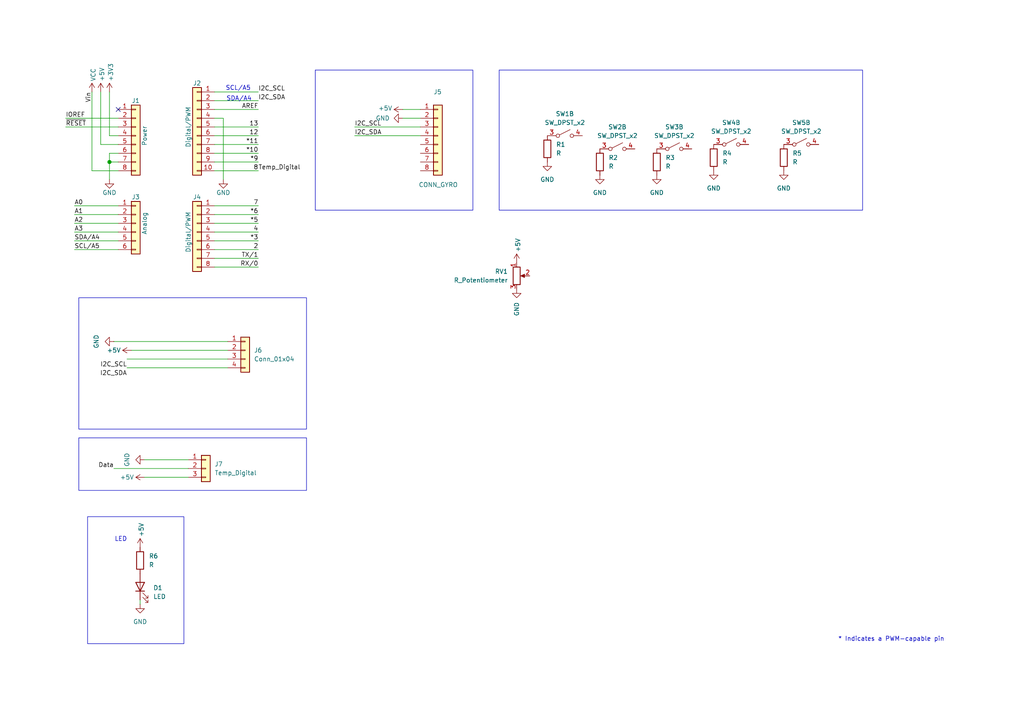
<source format=kicad_sch>
(kicad_sch (version 20231120) (generator "eeschema") (generator_version "8.0")
  (paper "A4")
  (title_block (title "Uno Shield thermal pro") (date "2025-01-27") (rev "1.0") (company "Ali G"))
  (lib_symbols
    (symbol "+5V_2" (power) (pin_numbers hide) (pin_names (offset 0) hide)
      (property "Value" "+5V" (at 0 3.556 0))
      (symbol "+5V_2_0_1"
        (polyline (pts (xy -0.762 1.27) (xy 0 2.54)))
        (polyline (pts (xy 0 0) (xy 0 2.54)))
        (polyline (pts (xy 0 2.54) (xy 0.762 1.27)))
      )
      (symbol "+5V_2_1_1"
        (pin power_in line (at 0 0 90) (length 0) (name "~") (number "1"))
      )
    )
    (symbol "Connector_Generic:Conn_01x03" (pin_names (offset 1.016) hide)
      (property "Reference" "J" (at 0 5.08 0))
      (property "Value" "Conn_01x03" (at 0 -5.08 0))
      (symbol "Conn_01x03_1_1"
        (rectangle (start -1.27 -2.413) (end 0 -2.667) (stroke (width 0.1524)))
        (rectangle (start -1.27 0.127) (end 0 -0.127) (stroke (width 0.1524)))
        (rectangle (start -1.27 2.667) (end 0 2.413) (stroke (width 0.1524)))
        (rectangle (start -1.27 3.81) (end 1.27 -3.81) (stroke (width 0.254)) (fill (type background)))
        (pin passive line (at -5.08 2.54 0) (length 3.81) (name "Pin_1") (number "1"))
        (pin passive line (at -5.08 0 0) (length 3.81) (name "Pin_2") (number "2"))
        (pin passive line (at -5.08 -2.54 0) (length 3.81) (name "Pin_3") (number "3"))
      )
    )
    (symbol "Connector_Generic:Conn_01x04" (pin_names (offset 1.016) hide)
      (property "Reference" "J" (at 0 5.08 0))
      (property "Value" "Conn_01x04" (at 0 -7.62 0))
      (symbol "Conn_01x04_1_1"
        (rectangle (start -1.27 -4.953) (end 0 -5.207) (stroke (width 0.1524)))
        (rectangle (start -1.27 -2.413) (end 0 -2.667) (stroke (width 0.1524)))
        (rectangle (start -1.27 0.127) (end 0 -0.127) (stroke (width 0.1524)))
        (rectangle (start -1.27 2.667) (end 0 2.413) (stroke (width 0.1524)))
        (rectangle (start -1.27 3.81) (end 1.27 -6.35) (stroke (width 0.254)) (fill (type background)))
        (pin passive line (at -5.08 2.54 0) (length 3.81) (name "Pin_1") (number "1"))
        (pin passive line (at -5.08 0 0) (length 3.81) (name "Pin_2") (number "2"))
        (pin passive line (at -5.08 -2.54 0) (length 3.81) (name "Pin_3") (number "3"))
        (pin passive line (at -5.08 -5.08 0) (length 3.81) (name "Pin_4") (number "4"))
      )
    )
    (symbol "Connector_Generic:Conn_01x06" (pin_names (offset 1.016) hide)
      (property "Reference" "J" (at 0 7.62 0))
      (property "Value" "Conn_01x06" (at 0 -10.16 0))
      (symbol "Conn_01x06_1_1"
        (rectangle (start -1.27 -7.493) (end 0 -7.747) (stroke (width 0.1524)))
        (rectangle (start -1.27 -4.953) (end 0 -5.207) (stroke (width 0.1524)))
        (rectangle (start -1.27 -2.413) (end 0 -2.667) (stroke (width 0.1524)))
        (rectangle (start -1.27 0.127) (end 0 -0.127) (stroke (width 0.1524)))
        (rectangle (start -1.27 2.667) (end 0 2.413) (stroke (width 0.1524)))
        (rectangle (start -1.27 5.207) (end 0 4.953) (stroke (width 0.1524)))
        (rectangle (start -1.27 6.35) (end 1.27 -8.89) (stroke (width 0.254)) (fill (type background)))
        (pin passive line (at -5.08 5.08 0) (length 3.81) (name "Pin_1") (number "1"))
        (pin passive line (at -5.08 2.54 0) (length 3.81) (name "Pin_2") (number "2"))
        (pin passive line (at -5.08 0 0) (length 3.81) (name "Pin_3") (number "3"))
        (pin passive line (at -5.08 -2.54 0) (length 3.81) (name "Pin_4") (number "4"))
        (pin passive line (at -5.08 -5.08 0) (length 3.81) (name "Pin_5") (number "5"))
        (pin passive line (at -5.08 -7.62 0) (length 3.81) (name "Pin_6") (number "6"))
      )
    )
    (symbol "Connector_Generic:Conn_01x08" (pin_names (offset 1.016) hide)
      (property "Reference" "J" (at 0 10.16 0))
      (property "Value" "Conn_01x08" (at 0 -12.7 0))
      (symbol "Conn_01x08_1_1"
        (rectangle (start -1.27 -10.033) (end 0 -10.287) (stroke (width 0.1524)))
        (rectangle (start -1.27 -7.493) (end 0 -7.747) (stroke (width 0.1524)))
        (rectangle (start -1.27 -4.953) (end 0 -5.207) (stroke (width 0.1524)))
        (rectangle (start -1.27 -2.413) (end 0 -2.667) (stroke (width 0.1524)))
        (rectangle (start -1.27 0.127) (end 0 -0.127) (stroke (width 0.1524)))
        (rectangle (start -1.27 2.667) (end 0 2.413) (stroke (width 0.1524)))
        (rectangle (start -1.27 5.207) (end 0 4.953) (stroke (width 0.1524)))
        (rectangle (start -1.27 7.747) (end 0 7.493) (stroke (width 0.1524)))
        (rectangle (start -1.27 8.89) (end 1.27 -11.43) (stroke (width 0.254)) (fill (type background)))
        (pin passive line (at -5.08 7.62 0) (length 3.81) (name "Pin_1") (number "1"))
        (pin passive line (at -5.08 5.08 0) (length 3.81) (name "Pin_2") (number "2"))
        (pin passive line (at -5.08 2.54 0) (length 3.81) (name "Pin_3") (number "3"))
        (pin passive line (at -5.08 0 0) (length 3.81) (name "Pin_4") (number "4"))
        (pin passive line (at -5.08 -2.54 0) (length 3.81) (name "Pin_5") (number "5"))
        (pin passive line (at -5.08 -5.08 0) (length 3.81) (name "Pin_6") (number "6"))
        (pin passive line (at -5.08 -7.62 0) (length 3.81) (name "Pin_7") (number "7"))
        (pin passive line (at -5.08 -10.16 0) (length 3.81) (name "Pin_8") (number "8"))
      )
    )
    (symbol "Connector_Generic:Conn_01x10" (pin_names (offset 1.016) hide)
      (property "Reference" "J" (at 0 12.7 0))
      (property "Value" "Conn_01x10" (at 0 -15.24 0))
      (symbol "Conn_01x10_1_1"
        (rectangle (start -1.27 -12.573) (end 0 -12.827) (stroke (width 0.1524)))
        (rectangle (start -1.27 -10.033) (end 0 -10.287) (stroke (width 0.1524)))
        (rectangle (start -1.27 -7.493) (end 0 -7.747) (stroke (width 0.1524)))
        (rectangle (start -1.27 -4.953) (end 0 -5.207) (stroke (width 0.1524)))
        (rectangle (start -1.27 -2.413) (end 0 -2.667) (stroke (width 0.1524)))
        (rectangle (start -1.27 0.127) (end 0 -0.127) (stroke (width 0.1524)))
        (rectangle (start -1.27 2.667) (end 0 2.413) (stroke (width 0.1524)))
        (rectangle (start -1.27 5.207) (end 0 4.953) (stroke (width 0.1524)))
        (rectangle (start -1.27 7.747) (end 0 7.493) (stroke (width 0.1524)))
        (rectangle (start -1.27 10.287) (end 0 10.033) (stroke (width 0.1524)))
        (rectangle (start -1.27 11.43) (end 1.27 -13.97) (stroke (width 0.254)) (fill (type background)))
        (pin passive line (at -5.08 10.16 0) (length 3.81) (name "Pin_1") (number "1"))
        (pin passive line (at -5.08 -12.7 0) (length 3.81) (name "Pin_10") (number "10"))
        (pin passive line (at -5.08 7.62 0) (length 3.81) (name "Pin_2") (number "2"))
        (pin passive line (at -5.08 5.08 0) (length 3.81) (name "Pin_3") (number "3"))
        (pin passive line (at -5.08 2.54 0) (length 3.81) (name "Pin_4") (number "4"))
        (pin passive line (at -5.08 0 0) (length 3.81) (name "Pin_5") (number "5"))
        (pin passive line (at -5.08 -2.54 0) (length 3.81) (name "Pin_6") (number "6"))
        (pin passive line (at -5.08 -5.08 0) (length 3.81) (name "Pin_7") (number "7"))
        (pin passive line (at -5.08 -7.62 0) (length 3.81) (name "Pin_8") (number "8"))
        (pin passive line (at -5.08 -10.16 0) (length 3.81) (name "Pin_9") (number "9"))
      )
    )
    (symbol "Device:LED" (pin_numbers hide) (pin_names (offset 1.016) hide)
      (property "Reference" "D" (at 0 2.54 0))
      (property "Value" "LED" (at 0 -2.54 0))
      (symbol "LED_0_1"
        (polyline (pts (xy -1.27 -1.27) (xy -1.27 1.27)) (stroke (width 0.254)))
        (polyline (pts (xy -1.27 0) (xy 1.27 0)))
        (polyline (pts (xy 1.27 -1.27) (xy 1.27 1.27) (xy -1.27 0) (xy 1.27 -1.27)) (stroke (width 0.254)))
        (polyline (pts (xy -3.048 -0.762) (xy -4.572 -2.286) (xy -3.81 -2.286) (xy -4.572 -2.286) (xy -4.572 -1.524)))
        (polyline (pts (xy -1.778 -0.762) (xy -3.302 -2.286) (xy -2.54 -2.286) (xy -3.302 -2.286) (xy -3.302 -1.524)))
      )
      (symbol "LED_1_1"
        (pin passive line (at -3.81 0 0) (length 2.54) (name "K") (number "1"))
        (pin passive line (at 3.81 0 180) (length 2.54) (name "A") (number "2"))
      )
    )
    (symbol "Device:R" (pin_numbers hide) (pin_names (offset 0))
      (property "Reference" "R" (at 2.032 0 90))
      (property "Value" "R" (at 0 0 90))
      (symbol "R_0_1"
        (rectangle (start -1.016 -2.54) (end 1.016 2.54) (stroke (width 0.254)))
      )
      (symbol "R_1_1"
        (pin passive line (at 0 3.81 270) (length 1.27) (name "~") (number "1"))
        (pin passive line (at 0 -3.81 90) (length 1.27) (name "~") (number "2"))
      )
    )
    (symbol "Device:R_Potentiometer" (pin_names (offset 1.016) hide)
      (property "Reference" "RV" (at -4.445 0 90))
      (property "Value" "R_Potentiometer" (at -2.54 0 90))
      (symbol "R_Potentiometer_0_1"
        (polyline (pts (xy 2.54 0) (xy 1.524 0)))
        (polyline (pts (xy 1.143 0) (xy 2.286 0.508) (xy 2.286 -0.508) (xy 1.143 0)) (fill (type outline)))
        (rectangle (start 1.016 2.54) (end -1.016 -2.54) (stroke (width 0.254)))
      )
      (symbol "R_Potentiometer_1_1"
        (pin passive line (at 0 3.81 270) (length 1.27) (name "1") (number "1"))
        (pin passive line (at 3.81 0 180) (length 1.27) (name "2") (number "2"))
        (pin passive line (at 0 -3.81 90) (length 1.27) (name "3") (number "3"))
      )
    )
    (symbol "GND_1" (power) (pin_numbers hide) (pin_names (offset 0) hide)
      (property "Value" "GND" (at 0 -3.81 0))
      (symbol "GND_1_0_1"
        (polyline (pts (xy 0 0) (xy 0 -1.27) (xy 1.27 -1.27) (xy 0 -2.54) (xy -1.27 -1.27) (xy 0 -1.27)))
      )
      (symbol "GND_1_1_1"
        (pin power_in line (at 0 0 270) (length 0) (name "~") (number "1"))
      )
    )
    (symbol "GND_2" (power) (pin_numbers hide) (pin_names (offset 0) hide)
      (property "Value" "GND" (at 0 -3.81 0))
      (symbol "GND_2_0_1"
        (polyline (pts (xy 0 0) (xy 0 -1.27) (xy 1.27 -1.27) (xy 0 -2.54) (xy -1.27 -1.27) (xy 0 -1.27)))
      )
      (symbol "GND_2_1_1"
        (pin power_in line (at 0 0 270) (length 0) (name "~") (number "1"))
      )
    )
    (symbol "GND_3" (power) (pin_numbers hide) (pin_names (offset 0) hide)
      (property "Value" "GND" (at 0 -3.81 0))
      (symbol "GND_3_0_1"
        (polyline (pts (xy 0 0) (xy 0 -1.27) (xy 1.27 -1.27) (xy 0 -2.54) (xy -1.27 -1.27) (xy 0 -1.27)))
      )
      (symbol "GND_3_1_1"
        (pin power_in line (at 0 0 270) (length 0) (name "~") (number "1"))
      )
    )
    (symbol "Switch:SW_DPST_x2" (pin_names (offset 0) hide)
      (property "Reference" "SW" (at 0 3.175 0))
      (property "Value" "SW_DPST_x2" (at 0 -2.54 0))
      (symbol "SW_DPST_x2_0_0"
        (circle (center -2.032 0) (radius 0.508))
        (polyline (pts (xy -1.524 0.254) (xy 1.524 1.778)))
        (circle (center 2.032 0) (radius 0.508))
      )
      (symbol "SW_DPST_x2_1_1"
        (pin passive line (at -5.08 0 0) (length 2.54) (name "A") (number "1"))
        (pin passive line (at 5.08 0 180) (length 2.54) (name "B") (number "2"))
      )
      (symbol "SW_DPST_x2_2_1"
        (pin passive line (at -5.08 0 0) (length 2.54) (name "A") (number "3"))
        (pin passive line (at 5.08 0 180) (length 2.54) (name "B") (number "4"))
      )
    )
    (symbol "power:+3V3" (power) (pin_names (offset 0))
      (property "Value" "+3V3" (at 0 3.556 0))
      (symbol "+3V3_0_1"
        (polyline (pts (xy -0.762 1.27) (xy 0 2.54)))
        (polyline (pts (xy 0 0) (xy 0 2.54)))
        (polyline (pts (xy 0 2.54) (xy 0.762 1.27)))
      )
      (symbol "+3V3_1_1"
        (pin power_in line (at 0 0 90) (length 0) hide (name "+3V3") (number "1"))
      )
    )
    (symbol "power:+5V" (power) (pin_names (offset 0))
      (property "Value" "+5V" (at 0 3.556 0))
      (symbol "+5V_0_1"
        (polyline (pts (xy -0.762 1.27) (xy 0 2.54)))
        (polyline (pts (xy 0 0) (xy 0 2.54)))
        (polyline (pts (xy 0 2.54) (xy 0.762 1.27)))
      )
      (symbol "+5V_1_1"
        (pin power_in line (at 0 0 90) (length 0) hide (name "+5V") (number "1"))
      )
    )
    (symbol "power:GND" (power) (pin_names (offset 0))
      (property "Value" "GND" (at 0 -3.81 0))
      (symbol "GND_0_1"
        (polyline (pts (xy 0 0) (xy 0 -1.27) (xy 1.27 -1.27) (xy 0 -2.54) (xy -1.27 -1.27) (xy 0 -1.27)))
      )
      (symbol "GND_1_1"
        (pin power_in line (at 0 0 270) (length 0) hide (name "GND") (number "1"))
      )
    )
    (symbol "power:VCC" (power) (pin_names (offset 0))
      (property "Value" "VCC" (at 0 3.81 0))
      (symbol "VCC_0_1"
        (polyline (pts (xy -0.762 1.27) (xy 0 2.54)))
        (polyline (pts (xy 0 0) (xy 0 2.54)))
        (polyline (pts (xy 0 2.54) (xy 0.762 1.27)))
      )
      (symbol "VCC_1_1"
        (pin power_in line (at 0 0 90) (length 0) hide (name "VCC") (number "1"))
      )
    )
  )
  (junction (at 31.75 46.99) (diameter 1.016))
  (no_connect (at 34.29 31.75))
  (wire (pts (xy 62.23 77.47) (xy 74.93 77.47)))
  (wire (pts (xy 41.91 133.35) (xy 54.61 133.35)))
  (wire (pts (xy 62.23 44.45) (xy 74.93 44.45)))
  (wire (pts (xy 62.23 26.67) (xy 74.93 26.67)))
  (wire (pts (xy 41.91 138.43) (xy 54.61 138.43)))
  (wire (pts (xy 31.75 44.45) (xy 31.75 46.99)))
  (wire (pts (xy 21.59 72.39) (xy 34.29 72.39)))
  (wire (pts (xy 31.75 46.99) (xy 31.75 52.07)))
  (wire (pts (xy 31.75 39.37) (xy 34.29 39.37)))
  (wire (pts (xy 29.21 41.91) (xy 34.29 41.91)))
  (wire (pts (xy 29.21 26.67) (xy 29.21 41.91)))
  (wire (pts (xy 62.23 36.83) (xy 74.93 36.83)))
  (wire (pts (xy 31.75 26.67) (xy 31.75 39.37)))
  (wire (pts (xy 62.23 59.69) (xy 74.93 59.69)))
  (wire (pts (xy 34.29 59.69) (xy 21.59 59.69)))
  (wire (pts (xy 62.23 39.37) (xy 74.93 39.37)))
  (wire (pts (xy 62.23 62.23) (xy 74.93 62.23)))
  (wire (pts (xy 62.23 46.99) (xy 74.93 46.99)))
  (wire (pts (xy 62.23 67.31) (xy 74.93 67.31)))
  (wire (pts (xy 116.84 34.29) (xy 121.92 34.29)))
  (wire (pts (xy 19.05 34.29) (xy 34.29 34.29)))
  (wire (pts (xy 33.02 135.89) (xy 54.61 135.89)))
  (wire (pts (xy 64.77 34.29) (xy 64.77 52.07)))
  (wire (pts (xy 102.87 39.37) (xy 121.92 39.37)))
  (wire (pts (xy 33.02 99.06) (xy 66.04 99.06)))
  (wire (pts (xy 62.23 31.75) (xy 74.93 31.75)))
  (wire (pts (xy 34.29 64.77) (xy 21.59 64.77)))
  (wire (pts (xy 19.05 36.83) (xy 34.29 36.83)))
  (wire (pts (xy 34.29 46.99) (xy 31.75 46.99)))
  (wire (pts (xy 40.64 173.99) (xy 40.64 175.26)))
  (wire (pts (xy 34.29 49.53) (xy 26.67 49.53)))
  (wire (pts (xy 21.59 62.23) (xy 34.29 62.23)))
  (wire (pts (xy 102.87 36.83) (xy 121.92 36.83)))
  (wire (pts (xy 62.23 34.29) (xy 64.77 34.29)))
  (wire (pts (xy 34.29 44.45) (xy 31.75 44.45)))
  (wire (pts (xy 62.23 41.91) (xy 74.93 41.91)))
  (wire (pts (xy 62.23 64.77) (xy 74.93 64.77)))
  (wire (pts (xy 116.84 31.75) (xy 121.92 31.75)))
  (wire (pts (xy 21.59 67.31) (xy 34.29 67.31)))
  (wire (pts (xy 66.04 106.68) (xy 36.83 106.68)))
  (wire (pts (xy 62.23 29.21) (xy 74.93 29.21)))
  (wire (pts (xy 62.23 72.39) (xy 74.93 72.39)))
  (wire (pts (xy 62.23 69.85) (xy 74.93 69.85)))
  (wire (pts (xy 66.04 104.14) (xy 36.83 104.14)))
  (wire (pts (xy 38.1 101.6) (xy 66.04 101.6)))
  (wire (pts (xy 62.23 74.93) (xy 74.93 74.93)))
  (wire (pts (xy 26.67 49.53) (xy 26.67 26.67)))
  (wire (pts (xy 34.29 69.85) (xy 21.59 69.85)))
  (wire (pts (xy 62.23 49.53) (xy 74.93 49.53)))
  (rectangle (start 25.4 149.86) (end 53.34 186.69))
  (rectangle (start 22.86 127) (end 88.9 142.24))
  (rectangle (start 144.78 20.32) (end 250.19 60.96))
  (rectangle (start 91.44 20.32) (end 137.16 60.96))
  (text_box "" (at 22.86 86.36 0) (size 66.04 38.1) (effects (font (size 1.27 1.27)) (justify left top)))
  (text "SDA/A4" (at 69.342 28.702 0) (effects (font (size 1.27 1.27))))
  (text "LED\n" (at 35.052 156.464 0) (effects (font (size 1.27 1.27))))
  (text "SCL/A5" (at 69.088 25.654 0) (effects (font (size 1.27 1.27))))
  (text "* Indicates a PWM-capable pin" (at 243.078 186.182 0) (effects (font (size 1.27 1.27)) (justify left bottom)))
  (label "RX{slash}0" (at 74.93 77.47 180))
  (label "A2" (at 21.59 64.77 0))
  (label "4" (at 74.93 67.31 180))
  (label "2" (at 74.93 72.39 180))
  (label "A3" (at 21.59 67.31 0))
  (label "13" (at 74.93 36.83 180))
  (label "I2C_SCL" (at 102.87 36.83 0))
  (label "Temp_Digital" (at 74.93 49.53 0))
  (label "12" (at 74.93 39.37 180))
  (label "~{RESET}" (at 19.05 36.83 0))
  (label "I2C_SDA" (at 36.83 109.22 180))
  (label "*10" (at 74.93 44.45 180))
  (label "I2C_SDA" (at 74.93 29.21 0))
  (label "7" (at 74.93 59.69 180))
  (label "8" (at 74.93 49.53 180))
  (label "*11" (at 74.93 41.91 180))
  (label "*3" (at 74.93 69.85 180))
  (label "I2C_SDA" (at 102.87 39.37 0))
  (label "A1" (at 21.59 62.23 0))
  (label "TX{slash}1" (at 74.93 74.93 180))
  (label "I2C_SCL" (at 36.83 106.68 180))
  (label "A0" (at 21.59 59.69 0))
  (label "AREF" (at 74.93 31.75 180))
  (label "Vin" (at 26.67 26.67 270))
  (label "*6" (at 74.93 62.23 180))
  (label "*9" (at 74.93 46.99 180))
  (label "I2C_SCL" (at 74.93 26.67 0))
  (label "*5" (at 74.93 64.77 180))
  (label "IOREF" (at 19.05 34.29 0))
  (label "SDA{slash}A4" (at 21.59 69.85 0))
  (label "Data" (at 33.02 135.89 180))
  (label "SCL{slash}A5" (at 21.59 72.39 0))
  (symbol (lib_id "Connector_Generic:Conn_01x08") (at 39.37 39.37 0) (unit 1)
    (property "Reference" "J1" (at 39.37 29.21 0))
    (property "Value" "Power" (at 41.91 39.37 90))
    (property "Footprint" "Connector_PinSocket_2.54mm:PinSocket_1x08_P2.54mm_Vertical" (effects (hide yes)))
  )
  (symbol (lib_id "power:+3V3") (at 31.75 26.67 0) (unit 1)
    (property "Reference" "#PWR03" (effects (hide yes)))
    (property "Value" "+3V3" (at 32.131 23.622 90) (effects (justify left)))
  )
  (symbol (lib_id "power:+5V") (at 29.21 26.67 0) (unit 1)
    (property "Reference" "#PWR02" (effects (hide yes)))
    (property "Value" "+5V" (at 29.5656 23.622 90) (effects (justify left)))
  )
  (symbol (lib_id "power:GND") (at 31.75 52.07 0) (unit 1)
    (property "Reference" "#PWR04" (effects (hide yes)))
    (property "Value" "GND" (at 31.75 55.88 0))
  )
  (symbol (lib_id "Connector_Generic:Conn_01x10") (at 57.15 36.83 0) (mirror y) (unit 1)
    (property "Reference" "J2" (at 57.15 24.13 0))
    (property "Value" "Digital/PWM" (at 54.61 36.83 90))
    (property "Footprint" "Connector_PinSocket_2.54mm:PinSocket_1x10_P2.54mm_Vertical" (effects (hide yes)))
  )
  (symbol (lib_id "power:GND") (at 64.77 52.07 0) (unit 1)
    (property "Reference" "#PWR05" (effects (hide yes)))
    (property "Value" "GND" (at 64.77 55.88 0))
  )
  (symbol (lib_id "Connector_Generic:Conn_01x06") (at 39.37 64.77 0) (unit 1)
    (property "Reference" "J3" (at 39.37 57.15 0))
    (property "Value" "Analog" (at 41.91 64.77 90))
    (property "Footprint" "Connector_PinSocket_2.54mm:PinSocket_1x06_P2.54mm_Vertical" (effects (hide yes)))
  )
  (symbol (lib_id "Connector_Generic:Conn_01x08") (at 57.15 67.31 0) (mirror y) (unit 1)
    (property "Reference" "J4" (at 57.15 57.15 0))
    (property "Value" "Digital/PWM" (at 54.61 67.31 90))
    (property "Footprint" "Connector_PinSocket_2.54mm:PinSocket_1x08_P2.54mm_Vertical" (effects (hide yes)))
  )
  (symbol (lib_id "Connector_Generic:Conn_01x03") (at 59.69 135.89 0) (unit 1)
    (property "Reference" "J7" (at 62.23 134.6199 0) (effects (justify left)))
    (property "Value" "Temp_Digital" (at 62.23 137.1599 0) (effects (justify left)))
    (property "Footprint" "Connector_JST:JST_XH_B3B-XH-A_1x03_P2.50mm_Vertical" (effects (hide yes)))
    (property "Description" "Generic connector, single row, 01x03, script generated (kicad-library-utils/schlib/autogen/connector/)" (effects (hide yes)))
  )
  (symbol (lib_name "GND_1") (lib_id "power:GND") (at 173.99 50.8 0) (unit 1)
    (property "Reference" "#PWR09" (effects (hide yes)))
    (property "Value" "GND" (at 173.99 55.88 0))
    (property "Description" "Power symbol creates a global label with name \"GND\" , ground" (effects (hide yes)))
  )
  (symbol (lib_id "Switch:SW_DPST_x2") (at 195.58 43.18 0) (unit 2)
    (property "Reference" "SW3" (at 195.58 36.83 0))
    (property "Value" "SW_DPST_x2" (at 195.58 39.37 0))
    (property "Footprint" "Button_Switch_THT:SW_PUSH_6mm" (effects (hide yes)))
    (property "Description" "Single Pole Single Throw (SPST) switch, separate symbol" (effects (hide yes)))
  )
  (symbol (lib_id "Device:R") (at 158.75 43.18 180) (unit 1)
    (property "Reference" "R1" (at 161.29 41.9099 0) (effects (justify right)))
    (property "Value" "R" (at 161.29 44.4499 0) (effects (justify right)))
    (property "Footprint" "Resistor_THT:R_Axial_DIN0411_L9.9mm_D3.6mm_P15.24mm_Horizontal" (effects (hide yes)))
    (property "Description" "Resistor" (effects (hide yes)))
  )
  (symbol (lib_name "GND_1") (lib_id "power:GND") (at 158.75 46.99 0) (unit 1)
    (property "Reference" "#PWR08" (effects (hide yes)))
    (property "Value" "GND" (at 158.75 52.07 0))
    (property "Description" "Power symbol creates a global label with name \"GND\" , ground" (effects (hide yes)))
  )
  (symbol (lib_id "Switch:SW_DPST_x2") (at 179.07 43.18 0) (unit 2)
    (property "Reference" "SW2" (at 179.07 36.83 0))
    (property "Value" "SW_DPST_x2" (at 179.07 39.37 0))
    (property "Footprint" "Button_Switch_THT:SW_PUSH_6mm" (effects (hide yes)))
    (property "Description" "Single Pole Single Throw (SPST) switch, separate symbol" (effects (hide yes)))
  )
  (symbol (lib_name "+5V_2") (lib_id "power:+5V") (at 38.1 101.6 90) (unit 1)
    (property "Reference" "#PWR014" (effects (hide yes)))
    (property "Value" "+5V" (at 33.02 101.6 90))
    (property "Description" "Power symbol creates a global label with name \"+5V\"" (effects (hide yes)))
  )
  (symbol (lib_id "power:+5V") (at 149.86 76.2 0) (unit 1)
    (property "Reference" "#PWR019" (effects (hide yes)))
    (property "Value" "+5V" (at 150.2156 73.152 90) (effects (justify left)))
  )
  (symbol (lib_id "power:+5V") (at 40.64 158.75 0) (unit 1)
    (property "Reference" "#PWR018" (effects (hide yes)))
    (property "Value" "+5V" (at 40.9956 155.702 90) (effects (justify left)))
  )
  (symbol (lib_id "Device:R") (at 173.99 46.99 180) (unit 1)
    (property "Reference" "R2" (at 176.53 45.7199 0) (effects (justify right)))
    (property "Value" "R" (at 176.53 48.2599 0) (effects (justify right)))
    (property "Footprint" "Resistor_THT:R_Axial_DIN0411_L9.9mm_D3.6mm_P15.24mm_Horizontal" (effects (hide yes)))
    (property "Description" "Resistor" (effects (hide yes)))
  )
  (symbol (lib_id "Connector_Generic:Conn_01x08") (at 127 39.37 0) (unit 1)
    (property "Reference" "J5" (at 125.73 26.67 0) (effects (justify left)))
    (property "Value" "CONN_GYRO" (at 121.412 53.594 0) (effects (justify left)))
    (property "Footprint" "Connector_PinSocket_2.54mm:PinSocket_1x08_P2.54mm_Vertical" (effects (hide yes)))
    (property "Description" "Generic connector, single row, 01x08, script generated (kicad-library-utils/schlib/autogen/connector/)" (effects (hide yes)))
  )
  (symbol (lib_id "power:+5V") (at 116.84 31.75 90) (unit 1)
    (property "Reference" "#PWR07" (effects (hide yes)))
    (property "Value" "+5V" (at 113.792 31.3944 90) (effects (justify left)))
  )
  (symbol (lib_id "Switch:SW_DPST_x2") (at 212.09 41.91 0) (unit 2)
    (property "Reference" "SW4" (at 212.09 35.56 0))
    (property "Value" "SW_DPST_x2" (at 212.09 38.1 0))
    (property "Footprint" "Button_Switch_THT:SW_PUSH_6mm" (effects (hide yes)))
    (property "Description" "Single Pole Single Throw (SPST) switch, separate symbol" (effects (hide yes)))
  )
  (symbol (lib_id "power:VCC") (at 26.67 26.67 0) (unit 1)
    (property "Reference" "#PWR01" (effects (hide yes)))
    (property "Value" "VCC" (at 27.051 23.622 90) (effects (justify left)))
  )
  (symbol (lib_id "Device:R_Potentiometer") (at 149.86 80.01 0) (unit 1)
    (property "Reference" "RV1" (at 147.32 78.7399 0) (effects (justify right)))
    (property "Value" "R_Potentiometer" (at 147.32 81.2799 0) (effects (justify right)))
    (property "Footprint" "Potentiometer_THT:Potentiometer_Bourns_3386P_Vertical" (effects (hide yes)))
    (property "Description" "Potentiometer" (effects (hide yes)))
  )
  (symbol (lib_name "GND_3") (lib_id "power:GND") (at 40.64 175.26 0) (unit 1)
    (property "Reference" "#PWR017" (effects (hide yes)))
    (property "Value" "GND" (at 40.64 180.34 0))
    (property "Description" "Power symbol creates a global label with name \"GND\" , ground" (effects (hide yes)))
  )
  (symbol (lib_id "Connector_Generic:Conn_01x04") (at 71.12 101.6 0) (unit 1)
    (property "Reference" "J6" (at 73.66 101.5999 0) (effects (justify left)))
    (property "Value" "Conn_01x04" (at 73.66 104.1399 0) (effects (justify left)))
    (property "Footprint" "Connector_PinSocket_2.54mm:PinSocket_1x04_P2.54mm_Vertical" (effects (hide yes)))
    (property "Description" "Generic connector, single row, 01x04, script generated (kicad-library-utils/schlib/autogen/connector/)" (effects (hide yes)))
  )
  (symbol (lib_name "GND_1") (lib_id "power:GND") (at 227.33 49.53 0) (unit 1)
    (property "Reference" "#PWR012" (effects (hide yes)))
    (property "Value" "GND" (at 227.33 54.61 0))
    (property "Description" "Power symbol creates a global label with name \"GND\" , ground" (effects (hide yes)))
  )
  (symbol (lib_id "Device:R") (at 207.01 45.72 180) (unit 1)
    (property "Reference" "R4" (at 209.55 44.4499 0) (effects (justify right)))
    (property "Value" "R" (at 209.55 46.9899 0) (effects (justify right)))
    (property "Footprint" "Resistor_THT:R_Axial_DIN0411_L9.9mm_D3.6mm_P15.24mm_Horizontal" (effects (hide yes)))
    (property "Description" "Resistor" (effects (hide yes)))
  )
  (symbol (lib_name "+5V_2") (lib_id "power:+5V") (at 41.91 138.43 90) (unit 1)
    (property "Reference" "#PWR016" (effects (hide yes)))
    (property "Value" "+5V" (at 36.83 138.43 90))
    (property "Description" "Power symbol creates a global label with name \"+5V\"" (effects (hide yes)))
  )
  (symbol (lib_id "Device:R") (at 190.5 46.99 180) (unit 1)
    (property "Reference" "R3" (at 193.04 45.7199 0) (effects (justify right)))
    (property "Value" "R" (at 193.04 48.2599 0) (effects (justify right)))
    (property "Footprint" "Resistor_THT:R_Axial_DIN0411_L9.9mm_D3.6mm_P15.24mm_Horizontal" (effects (hide yes)))
    (property "Description" "Resistor" (effects (hide yes)))
  )
  (symbol (lib_name "GND_1") (lib_id "power:GND") (at 207.01 49.53 0) (unit 1)
    (property "Reference" "#PWR011" (effects (hide yes)))
    (property "Value" "GND" (at 207.01 54.61 0))
    (property "Description" "Power symbol creates a global label with name \"GND\" , ground" (effects (hide yes)))
  )
  (symbol (lib_id "Switch:SW_DPST_x2") (at 163.83 39.37 0) (unit 2)
    (property "Reference" "SW1" (at 163.83 33.02 0))
    (property "Value" "SW_DPST_x2" (at 163.83 35.56 0))
    (property "Footprint" "Button_Switch_THT:SW_PUSH_6mm" (effects (hide yes)))
    (property "Description" "Single Pole Single Throw (SPST) switch, separate symbol" (effects (hide yes)))
  )
  (symbol (lib_id "power:GND") (at 149.86 83.82 0) (unit 1)
    (property "Reference" "#PWR020" (effects (hide yes)))
    (property "Value" "GND" (at 149.86 89.662 90))
  )
  (symbol (lib_id "Switch:SW_DPST_x2") (at 232.41 41.91 0) (unit 2)
    (property "Reference" "SW5" (at 232.41 35.56 0))
    (property "Value" "SW_DPST_x2" (at 232.41 38.1 0))
    (property "Footprint" "Button_Switch_THT:SW_PUSH_6mm" (effects (hide yes)))
    (property "Description" "Single Pole Single Throw (SPST) switch, separate symbol" (effects (hide yes)))
  )
  (symbol (lib_name "GND_1") (lib_id "power:GND") (at 190.5 50.8 0) (unit 1)
    (property "Reference" "#PWR010" (effects (hide yes)))
    (property "Value" "GND" (at 190.5 55.88 0))
    (property "Description" "Power symbol creates a global label with name \"GND\" , ground" (effects (hide yes)))
  )
  (symbol (lib_id "Device:LED") (at 40.64 170.18 90) (unit 1)
    (property "Reference" "D1" (at 44.45 170.4974 90) (effects (justify right)))
    (property "Value" "LED" (at 44.45 173.0374 90) (effects (justify right)))
    (property "Footprint" "LED_THT:LED_D5.0mm" (effects (hide yes)))
    (property "Description" "Light emitting diode" (effects (hide yes)))
  )
  (symbol (lib_name "GND_2") (lib_id "power:GND") (at 41.91 133.35 270) (unit 1)
    (property "Reference" "#PWR015" (effects (hide yes)))
    (property "Value" "GND" (at 36.83 133.35 0))
    (property "Description" "Power symbol creates a global label with name \"GND\" , ground" (effects (hide yes)))
  )
  (symbol (lib_name "GND_2") (lib_id "power:GND") (at 33.02 99.06 270) (unit 1)
    (property "Reference" "#PWR013" (effects (hide yes)))
    (property "Value" "GND" (at 27.94 99.06 0))
    (property "Description" "Power symbol creates a global label with name \"GND\" , ground" (effects (hide yes)))
  )
  (symbol (lib_id "Device:R") (at 40.64 162.56 0) (unit 1)
    (property "Reference" "R6" (at 43.18 161.2899 0) (effects (justify left)))
    (property "Value" "R" (at 43.18 163.8299 0) (effects (justify left)))
    (property "Footprint" "Resistor_THT:R_Axial_DIN0411_L9.9mm_D3.6mm_P15.24mm_Horizontal" (effects (hide yes)))
    (property "Description" "Resistor" (effects (hide yes)))
  )
  (symbol (lib_id "power:GND") (at 116.84 34.29 270) (unit 1)
    (property "Reference" "#PWR06" (effects (hide yes)))
    (property "Value" "GND" (at 110.998 34.29 90))
  )
  (symbol (lib_id "Device:R") (at 227.33 45.72 180) (unit 1)
    (property "Reference" "R5" (at 229.87 44.4499 0) (effects (justify right)))
    (property "Value" "R" (at 229.87 46.9899 0) (effects (justify right)))
    (property "Footprint" "Resistor_THT:R_Axial_DIN0411_L9.9mm_D3.6mm_P15.24mm_Horizontal" (effects (hide yes)))
    (property "Description" "Resistor" (effects (hide yes)))
  )
)
</source>
